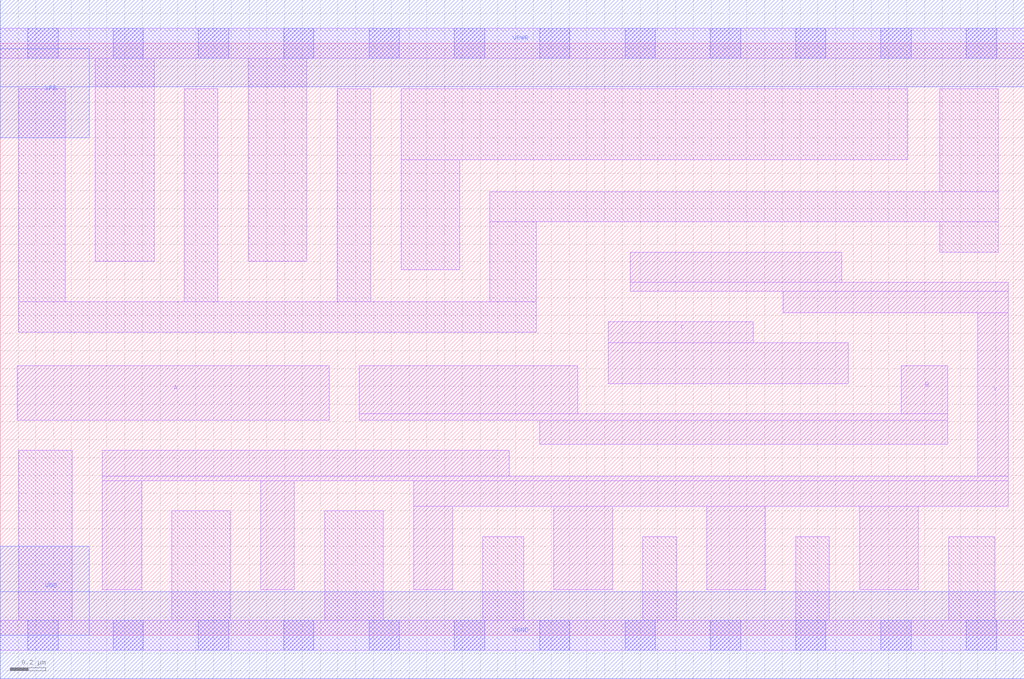
<source format=lef>
# Copyright 2020 The SkyWater PDK Authors
#
# Licensed under the Apache License, Version 2.0 (the "License");
# you may not use this file except in compliance with the License.
# You may obtain a copy of the License at
#
#     https://www.apache.org/licenses/LICENSE-2.0
#
# Unless required by applicable law or agreed to in writing, software
# distributed under the License is distributed on an "AS IS" BASIS,
# WITHOUT WARRANTIES OR CONDITIONS OF ANY KIND, either express or implied.
# See the License for the specific language governing permissions and
# limitations under the License.
#
# SPDX-License-Identifier: Apache-2.0

VERSION 5.5 ;
NAMESCASESENSITIVE ON ;
BUSBITCHARS "[]" ;
DIVIDERCHAR "/" ;
MACRO sky130_fd_sc_lp__nor3_4
  CLASS CORE ;
  SOURCE USER ;
  ORIGIN  0.000000  0.000000 ;
  SIZE  5.760000 BY  3.330000 ;
  SYMMETRY X Y R90 ;
  SITE unit ;
  PIN A
    ANTENNAGATEAREA  1.260000 ;
    DIRECTION INPUT ;
    USE SIGNAL ;
    PORT
      LAYER li1 ;
        RECT 0.095000 1.210000 1.850000 1.515000 ;
    END
  END A
  PIN B
    ANTENNAGATEAREA  1.260000 ;
    DIRECTION INPUT ;
    USE SIGNAL ;
    PORT
      LAYER li1 ;
        RECT 2.020000 1.210000 5.330000 1.245000 ;
        RECT 2.020000 1.245000 3.250000 1.515000 ;
        RECT 3.035000 1.075000 5.330000 1.210000 ;
        RECT 5.070000 1.245000 5.330000 1.515000 ;
    END
  END B
  PIN C
    ANTENNAGATEAREA  1.260000 ;
    DIRECTION INPUT ;
    USE SIGNAL ;
    PORT
      LAYER li1 ;
        RECT 3.420000 1.415000 4.770000 1.645000 ;
        RECT 3.420000 1.645000 4.235000 1.765000 ;
    END
  END C
  PIN Y
    ANTENNADIFFAREA  2.116800 ;
    DIRECTION OUTPUT ;
    USE SIGNAL ;
    PORT
      LAYER li1 ;
        RECT 0.575000 0.255000 0.795000 0.870000 ;
        RECT 0.575000 0.870000 5.670000 0.895000 ;
        RECT 0.575000 0.895000 2.865000 1.040000 ;
        RECT 1.465000 0.255000 1.655000 0.870000 ;
        RECT 2.325000 0.255000 2.545000 0.725000 ;
        RECT 2.325000 0.725000 5.670000 0.870000 ;
        RECT 3.115000 0.255000 3.445000 0.725000 ;
        RECT 3.545000 1.935000 5.670000 1.985000 ;
        RECT 3.545000 1.985000 4.735000 2.155000 ;
        RECT 3.975000 0.255000 4.305000 0.725000 ;
        RECT 4.405000 1.815000 5.670000 1.935000 ;
        RECT 4.835000 0.255000 5.165000 0.725000 ;
        RECT 5.500000 0.895000 5.670000 1.815000 ;
    END
  END Y
  PIN VGND
    DIRECTION INOUT ;
    USE GROUND ;
    PORT
      LAYER met1 ;
        RECT 0.000000 -0.245000 5.760000 0.245000 ;
    END
  END VGND
  PIN VNB
    DIRECTION INOUT ;
    USE GROUND ;
    PORT
    END
  END VNB
  PIN VPB
    DIRECTION INOUT ;
    USE POWER ;
    PORT
    END
  END VPB
  PIN VNB
    DIRECTION INOUT ;
    USE GROUND ;
    PORT
      LAYER met1 ;
        RECT 0.000000 0.000000 0.500000 0.500000 ;
    END
  END VNB
  PIN VPB
    DIRECTION INOUT ;
    USE POWER ;
    PORT
      LAYER met1 ;
        RECT 0.000000 2.800000 0.500000 3.300000 ;
    END
  END VPB
  PIN VPWR
    DIRECTION INOUT ;
    USE POWER ;
    PORT
      LAYER met1 ;
        RECT 0.000000 3.085000 5.760000 3.575000 ;
    END
  END VPWR
  OBS
    LAYER li1 ;
      RECT 0.000000 -0.085000 5.760000 0.085000 ;
      RECT 0.000000  3.245000 5.760000 3.415000 ;
      RECT 0.105000  0.085000 0.405000 1.040000 ;
      RECT 0.105000  1.705000 3.015000 1.875000 ;
      RECT 0.105000  1.875000 0.365000 3.075000 ;
      RECT 0.535000  2.105000 0.865000 3.245000 ;
      RECT 0.965000  0.085000 1.295000 0.700000 ;
      RECT 1.035000  1.875000 1.225000 3.075000 ;
      RECT 1.395000  2.105000 1.725000 3.245000 ;
      RECT 1.825000  0.085000 2.155000 0.700000 ;
      RECT 1.895000  1.875000 2.085000 3.075000 ;
      RECT 2.255000  2.055000 2.585000 2.675000 ;
      RECT 2.255000  2.675000 5.105000 3.075000 ;
      RECT 2.715000  0.085000 2.945000 0.555000 ;
      RECT 2.755000  1.875000 3.015000 2.325000 ;
      RECT 2.755000  2.325000 5.615000 2.495000 ;
      RECT 3.615000  0.085000 3.805000 0.555000 ;
      RECT 4.475000  0.085000 4.665000 0.555000 ;
      RECT 5.285000  2.155000 5.615000 2.325000 ;
      RECT 5.285000  2.495000 5.615000 3.075000 ;
      RECT 5.335000  0.085000 5.595000 0.555000 ;
    LAYER mcon ;
      RECT 0.155000 -0.085000 0.325000 0.085000 ;
      RECT 0.155000  3.245000 0.325000 3.415000 ;
      RECT 0.635000 -0.085000 0.805000 0.085000 ;
      RECT 0.635000  3.245000 0.805000 3.415000 ;
      RECT 1.115000 -0.085000 1.285000 0.085000 ;
      RECT 1.115000  3.245000 1.285000 3.415000 ;
      RECT 1.595000 -0.085000 1.765000 0.085000 ;
      RECT 1.595000  3.245000 1.765000 3.415000 ;
      RECT 2.075000 -0.085000 2.245000 0.085000 ;
      RECT 2.075000  3.245000 2.245000 3.415000 ;
      RECT 2.555000 -0.085000 2.725000 0.085000 ;
      RECT 2.555000  3.245000 2.725000 3.415000 ;
      RECT 3.035000 -0.085000 3.205000 0.085000 ;
      RECT 3.035000  3.245000 3.205000 3.415000 ;
      RECT 3.515000 -0.085000 3.685000 0.085000 ;
      RECT 3.515000  3.245000 3.685000 3.415000 ;
      RECT 3.995000 -0.085000 4.165000 0.085000 ;
      RECT 3.995000  3.245000 4.165000 3.415000 ;
      RECT 4.475000 -0.085000 4.645000 0.085000 ;
      RECT 4.475000  3.245000 4.645000 3.415000 ;
      RECT 4.955000 -0.085000 5.125000 0.085000 ;
      RECT 4.955000  3.245000 5.125000 3.415000 ;
      RECT 5.435000 -0.085000 5.605000 0.085000 ;
      RECT 5.435000  3.245000 5.605000 3.415000 ;
  END
END sky130_fd_sc_lp__nor3_4
END LIBRARY

</source>
